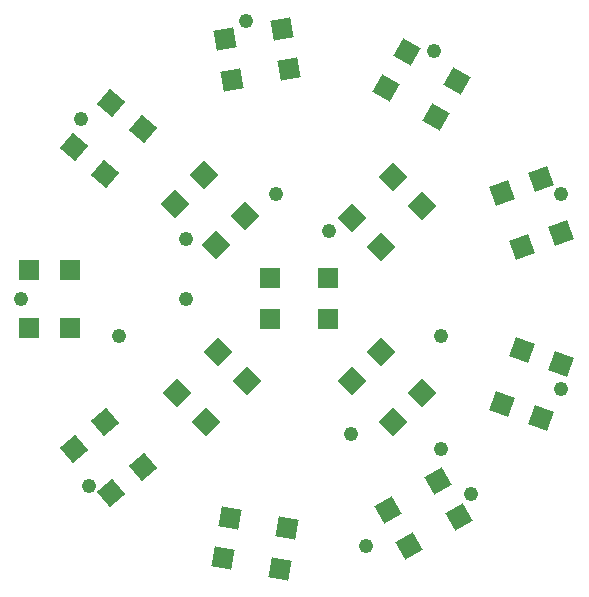
<source format=gts>
%FSLAX25Y25*%
%MOIN*%
G70*
G01*
G75*
G04 Layer_Color=128*
%ADD10P,0.08352X4X360.0*%
%ADD11P,0.08352X4X270.0*%
%ADD12P,0.08352X4X75.0*%
%ADD13P,0.08352X4X115.0*%
%ADD14P,0.08352X4X155.0*%
%ADD15P,0.08352X4X195.0*%
%ADD16P,0.08352X4X235.0*%
%ADD17P,0.08352X4X275.0*%
%ADD18R,0.05906X0.05906*%
%ADD19P,0.08352X4X355.0*%
%ADD20P,0.08352X4X395.0*%
%ADD21R,0.05906X0.05906*%
%ADD22C,0.02500*%
%ADD23C,0.04000*%
%ADD24R,0.12205X0.17716*%
%ADD25R,0.08000X0.05000*%
%ADD26C,0.05000*%
%ADD27C,0.01000*%
%ADD28C,0.01200*%
%ADD29C,0.01500*%
%ADD30P,0.06937X4X360.0*%
%ADD31P,0.06937X4X270.0*%
%ADD32P,0.06937X4X75.0*%
%ADD33P,0.06937X4X115.0*%
%ADD34P,0.06937X4X155.0*%
%ADD35P,0.06937X4X195.0*%
%ADD36P,0.06937X4X235.0*%
%ADD37P,0.06937X4X275.0*%
%ADD38R,0.04906X0.04906*%
%ADD39P,0.06937X4X355.0*%
%ADD40P,0.06937X4X395.0*%
%ADD41R,0.04906X0.04906*%
%ADD42R,0.11205X0.16716*%
%ADD43R,0.07000X0.04000*%
%ADD44P,0.09483X4X360.0*%
%ADD45P,0.09483X4X270.0*%
%ADD46P,0.09483X4X75.0*%
%ADD47P,0.09483X4X115.0*%
%ADD48P,0.09483X4X155.0*%
%ADD49P,0.09483X4X195.0*%
%ADD50P,0.09483X4X235.0*%
%ADD51P,0.09483X4X275.0*%
%ADD52R,0.06706X0.06706*%
%ADD53P,0.09483X4X355.0*%
%ADD54P,0.09483X4X395.0*%
%ADD55R,0.06706X0.06706*%
%ADD56C,0.04800*%
D44*
X1382192Y1027551D02*
D03*
X1372449Y1017808D02*
D03*
X1368551Y1041192D02*
D03*
X1358808Y1031449D02*
D03*
X1441192Y968551D02*
D03*
X1431449Y958808D02*
D03*
X1427551Y982192D02*
D03*
X1417808Y972449D02*
D03*
D45*
X1427551Y1017308D02*
D03*
X1417808Y1027051D02*
D03*
X1441192Y1030949D02*
D03*
X1431449Y1040692D02*
D03*
X1372949Y982192D02*
D03*
X1382692Y972449D02*
D03*
X1359308Y968551D02*
D03*
X1369051Y958808D02*
D03*
D46*
X1446408Y939289D02*
D03*
X1453298Y927356D02*
D03*
X1429702Y929644D02*
D03*
X1436592Y917710D02*
D03*
D47*
X1474325Y982920D02*
D03*
X1487273Y978207D02*
D03*
X1467727Y964793D02*
D03*
X1480675Y960080D02*
D03*
D48*
X1467727Y1035207D02*
D03*
X1480675Y1039920D02*
D03*
X1474325Y1017080D02*
D03*
X1487273Y1021793D02*
D03*
D49*
X1429202Y1070356D02*
D03*
X1436092Y1082290D02*
D03*
X1445909Y1060711D02*
D03*
X1452798Y1072644D02*
D03*
D50*
X1377697Y1073040D02*
D03*
X1375305Y1086610D02*
D03*
X1396696Y1076390D02*
D03*
X1394303Y1089960D02*
D03*
D51*
X1335578Y1041682D02*
D03*
X1325022Y1050540D02*
D03*
X1347978Y1056460D02*
D03*
X1337422Y1065318D02*
D03*
D52*
X1323890Y990354D02*
D03*
X1310110D02*
D03*
X1323890Y1009646D02*
D03*
X1310110D02*
D03*
D53*
X1347978Y944040D02*
D03*
X1337422Y935182D02*
D03*
X1335578Y958818D02*
D03*
X1325022Y949960D02*
D03*
D54*
X1396196Y923610D02*
D03*
X1393803Y910040D02*
D03*
X1377197Y926960D02*
D03*
X1374804Y913390D02*
D03*
D55*
X1409646Y1006890D02*
D03*
Y993110D02*
D03*
X1390354Y1006890D02*
D03*
Y993110D02*
D03*
D56*
X1422500Y917500D02*
D03*
X1307500Y1000000D02*
D03*
X1327500Y1060000D02*
D03*
X1382500Y1092500D02*
D03*
X1445000Y1082500D02*
D03*
X1487500Y1035000D02*
D03*
Y970000D02*
D03*
X1457500Y935000D02*
D03*
X1362500Y1000000D02*
D03*
X1392500Y1035000D02*
D03*
X1447500Y987500D02*
D03*
X1340000D02*
D03*
X1447500Y950000D02*
D03*
X1330000Y937500D02*
D03*
X1410000Y1022500D02*
D03*
X1362500Y1020000D02*
D03*
X1417500Y955000D02*
D03*
M02*

</source>
